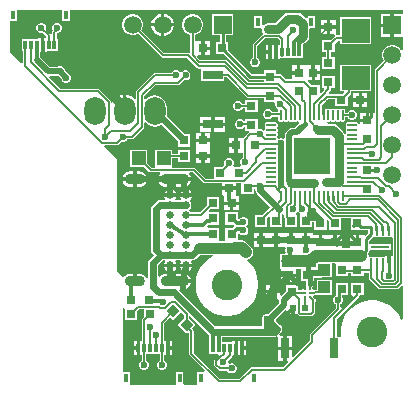
<source format=gtl>
G04*
G04 #@! TF.GenerationSoftware,Altium Limited,Altium Designer,23.10.1 (27)*
G04*
G04 Layer_Physical_Order=1*
G04 Layer_Color=255*
%FSLAX25Y25*%
%MOIN*%
G70*
G04*
G04 #@! TF.SameCoordinates,13E47035-5D8A-42FE-96CF-1707A3A9F588*
G04*
G04*
G04 #@! TF.FilePolarity,Positive*
G04*
G01*
G75*
%ADD11C,0.00787*%
%ADD15R,0.01181X0.03150*%
%ADD16R,0.01575X0.03150*%
%ADD17P,0.04454X4X270.0*%
%ADD18R,0.03150X0.03150*%
%ADD19R,0.03150X0.03150*%
%ADD20R,0.04724X0.04724*%
%ADD21R,0.06693X0.03150*%
%ADD22R,0.03150X0.06693*%
%ADD23R,0.00984X0.03543*%
%ADD24R,0.06299X0.00787*%
%ADD25R,0.04016X0.04055*%
%ADD26C,0.00787*%
%ADD27R,0.02480X0.02165*%
G04:AMPARAMS|DCode=28|XSize=7.87mil|YSize=33.07mil|CornerRadius=0.98mil|HoleSize=0mil|Usage=FLASHONLY|Rotation=180.000|XOffset=0mil|YOffset=0mil|HoleType=Round|Shape=RoundedRectangle|*
%AMROUNDEDRECTD28*
21,1,0.00787,0.03110,0,0,180.0*
21,1,0.00591,0.03307,0,0,180.0*
1,1,0.00197,-0.00295,0.01555*
1,1,0.00197,0.00295,0.01555*
1,1,0.00197,0.00295,-0.01555*
1,1,0.00197,-0.00295,-0.01555*
%
%ADD28ROUNDEDRECTD28*%
G04:AMPARAMS|DCode=29|XSize=33.07mil|YSize=7.87mil|CornerRadius=0.98mil|HoleSize=0mil|Usage=FLASHONLY|Rotation=180.000|XOffset=0mil|YOffset=0mil|HoleType=Round|Shape=RoundedRectangle|*
%AMROUNDEDRECTD29*
21,1,0.03307,0.00591,0,0,180.0*
21,1,0.03110,0.00787,0,0,180.0*
1,1,0.00197,-0.01555,0.00295*
1,1,0.00197,0.01555,0.00295*
1,1,0.00197,0.01555,-0.00295*
1,1,0.00197,-0.01555,-0.00295*
%
%ADD29ROUNDEDRECTD29*%
%ADD31R,0.09449X0.07874*%
%ADD57C,0.00512*%
%ADD58R,0.12205X0.12205*%
%ADD59C,0.01181*%
%ADD60C,0.02362*%
%ADD61C,0.00984*%
%ADD62C,0.03150*%
%ADD63C,0.01968*%
%ADD64C,0.03543*%
%ADD65C,0.03937*%
%ADD66C,0.01575*%
%ADD67C,0.02126*%
%ADD68R,0.11427X0.04035*%
%ADD69O,0.07087X0.09449*%
%ADD70C,0.02559*%
%ADD71R,0.05906X0.05906*%
%ADD72C,0.05906*%
%ADD73O,0.06693X0.03543*%
%ADD74O,0.09449X0.03543*%
%ADD75R,0.05906X0.05906*%
%ADD76C,0.10236*%
%ADD77C,0.02362*%
G36*
X-54803Y91637D02*
Y87717D01*
X-52284D01*
Y91637D01*
X58566Y91637D01*
Y90118D01*
X55709D01*
Y86378D01*
Y82638D01*
X58566D01*
Y78257D01*
X58066Y78123D01*
X57859Y78481D01*
X57221Y79119D01*
X56440Y79570D01*
X55569Y79803D01*
X54667D01*
X53796Y79570D01*
X53015Y79119D01*
X52377Y78481D01*
X51926Y77700D01*
X51693Y76829D01*
Y75927D01*
X51926Y75056D01*
X52226Y74536D01*
X49475Y71785D01*
X49314Y71544D01*
X49257Y71260D01*
Y57568D01*
X49213Y57087D01*
X48757Y57087D01*
X47441D01*
Y54724D01*
X46850D01*
Y54134D01*
X44488D01*
Y53677D01*
X43988Y53577D01*
X43862Y53882D01*
X43425Y54063D01*
X40315D01*
X39878Y53882D01*
X39697Y53445D01*
Y52854D01*
X39878Y52417D01*
X39878Y52307D01*
X39697Y51870D01*
Y51279D01*
X39878Y50843D01*
X39878Y50732D01*
X39729Y50371D01*
X39411Y50318D01*
X39213Y50334D01*
X38779Y50984D01*
X36712Y53051D01*
X36035Y53503D01*
X35236Y53662D01*
X33669D01*
X33461Y54162D01*
X33563Y54264D01*
X34154D01*
X34590Y54445D01*
X34701Y54445D01*
X35138Y54264D01*
X35728D01*
X36165Y54445D01*
X36276Y54445D01*
X36713Y54264D01*
X37303D01*
X37740Y54445D01*
X37850Y54445D01*
X38287Y54264D01*
X38878D01*
X39315Y54445D01*
X39496Y54882D01*
Y55694D01*
X40275D01*
X40330Y55559D01*
X40796Y55094D01*
X41403Y54843D01*
X42061D01*
X42669Y55094D01*
X43134Y55559D01*
X43386Y56167D01*
Y56825D01*
X43134Y57433D01*
X42669Y57898D01*
X42061Y58150D01*
X41403D01*
X40796Y57898D01*
X40330Y57433D01*
X40226Y57180D01*
X39496D01*
Y57992D01*
X39315Y58429D01*
X38878Y58610D01*
X38287D01*
X37850Y58429D01*
X37740Y58429D01*
X37303Y58610D01*
X36713D01*
X36276Y58429D01*
X36165Y58429D01*
X35728Y58610D01*
X35138D01*
X34701Y58429D01*
X34590Y58429D01*
X34154Y58610D01*
X33563D01*
X33303Y58502D01*
X33217Y58631D01*
X32924Y58827D01*
X32874Y58837D01*
Y56437D01*
X31693D01*
Y59216D01*
X31592Y59326D01*
Y59718D01*
X33589Y61715D01*
X36142D01*
Y59370D01*
X40236D01*
Y62609D01*
X41243Y63616D01*
X41435Y63903D01*
X41502Y64241D01*
Y64488D01*
X48110D01*
Y73307D01*
X37716D01*
Y64488D01*
X38964D01*
X39155Y64026D01*
X38611Y63481D01*
X34183D01*
X33992Y63943D01*
X34483Y64435D01*
X34674Y64721D01*
X34741Y65059D01*
Y65374D01*
X35906D01*
Y69468D01*
X31811D01*
Y65374D01*
X32271D01*
X32462Y64912D01*
X31462Y63912D01*
X31386Y63798D01*
X31319Y63784D01*
X30886Y64061D01*
Y66417D01*
X28237D01*
X26847Y67807D01*
X27054Y68307D01*
X28248D01*
Y70669D01*
Y73032D01*
X26779D01*
X26476Y73032D01*
X25976Y73032D01*
X24508D01*
Y70669D01*
X23917D01*
Y70079D01*
X21555D01*
Y68501D01*
X19657D01*
X18243Y69916D01*
X17956Y70107D01*
X17618Y70174D01*
X16417D01*
Y71339D01*
X12323D01*
Y70275D01*
X8281D01*
X472Y78084D01*
Y80787D01*
X-434D01*
Y83189D01*
X2008D01*
Y90039D01*
X-4843D01*
Y83189D01*
X-2401D01*
Y80787D01*
X-3622D01*
Y76693D01*
X-918D01*
X7179Y68596D01*
X7498Y68383D01*
X7874Y68308D01*
X12323D01*
Y67573D01*
X7099D01*
X-65Y74738D01*
X-306Y74899D01*
X-591Y74955D01*
X-8944D01*
X-9867Y75878D01*
X-9660Y76378D01*
X-8465D01*
Y78740D01*
Y81102D01*
X-10175D01*
X-10236Y81102D01*
X-10675Y81251D01*
Y83267D01*
X-10095Y83422D01*
X-9314Y83873D01*
X-8676Y84511D01*
X-8225Y85292D01*
X-7992Y86163D01*
Y87065D01*
X-8225Y87936D01*
X-8676Y88717D01*
X-9314Y89355D01*
X-10095Y89806D01*
X-10966Y90039D01*
X-11868D01*
X-12739Y89806D01*
X-13520Y89355D01*
X-14158Y88717D01*
X-14609Y87936D01*
X-14842Y87065D01*
Y86163D01*
X-14609Y85292D01*
X-14158Y84511D01*
X-13520Y83873D01*
X-12739Y83422D01*
X-12160Y83267D01*
Y77275D01*
X-12660Y77032D01*
X-12708Y77064D01*
X-12992Y77121D01*
X-20874D01*
X-28526Y84773D01*
X-28226Y85292D01*
X-27992Y86163D01*
Y87065D01*
X-28226Y87936D01*
X-28677Y88717D01*
X-29314Y89355D01*
X-30095Y89806D01*
X-30966Y90039D01*
X-31868D01*
X-32739Y89806D01*
X-33520Y89355D01*
X-34158Y88717D01*
X-34609Y87936D01*
X-34843Y87065D01*
Y86163D01*
X-34609Y85292D01*
X-34158Y84511D01*
X-33520Y83873D01*
X-32739Y83422D01*
X-31868Y83189D01*
X-30966D01*
X-30095Y83422D01*
X-29576Y83722D01*
X-21706Y75853D01*
X-21465Y75692D01*
X-21181Y75635D01*
X-13300D01*
X-9876Y72211D01*
X-9635Y72050D01*
X-9350Y71994D01*
X-9017D01*
X-8543Y71929D01*
Y67835D01*
X-905D01*
Y69139D01*
X-12D01*
X6660Y62467D01*
X6901Y62306D01*
X7185Y62249D01*
X12323D01*
Y60945D01*
X15759D01*
X16037Y60529D01*
X16004Y60448D01*
Y59791D01*
X16256Y59183D01*
X16721Y58718D01*
X16928Y58632D01*
X17202Y58004D01*
X17197Y57992D01*
Y57436D01*
X15262D01*
X15181Y57630D01*
X14716Y58095D01*
X14108Y58346D01*
X13451D01*
X12843Y58095D01*
X12378Y57630D01*
X12126Y57022D01*
Y56364D01*
X12378Y55756D01*
X12843Y55291D01*
X13451Y55039D01*
X14108D01*
X14716Y55291D01*
X15181Y55756D01*
X15262Y55950D01*
X17197D01*
Y54882D01*
X17378Y54445D01*
X17815Y54264D01*
X18406D01*
X18842Y54445D01*
X18953Y54445D01*
X19390Y54264D01*
X19980D01*
X20417Y54445D01*
X20528Y54445D01*
X20965Y54264D01*
X21555D01*
X21992Y54445D01*
X22102Y54445D01*
X22539Y54264D01*
X23130D01*
X23567Y54445D01*
X23677Y54445D01*
X24114Y54264D01*
X24129D01*
X24369Y53801D01*
X24333Y53734D01*
X23851Y53412D01*
X22712Y52273D01*
X21850D01*
X21282Y52160D01*
X20800Y51838D01*
X19717Y50755D01*
X19396Y50273D01*
X19283Y49705D01*
X19283Y49705D01*
Y48886D01*
X18782Y48567D01*
X18459Y48701D01*
X17801D01*
X17496Y48574D01*
X17029Y48711D01*
X16944Y48846D01*
X16815Y49157D01*
X16815Y49268D01*
X16996Y49705D01*
Y50295D01*
X16815Y50732D01*
X16815Y50843D01*
X16996Y51279D01*
Y51870D01*
X16815Y52307D01*
X16815Y52417D01*
X16996Y52854D01*
Y53445D01*
X16815Y53882D01*
X16378Y54063D01*
X13268D01*
X12831Y53882D01*
X12650Y53445D01*
Y52854D01*
X12831Y52417D01*
X12831Y52307D01*
X12650Y51870D01*
Y51518D01*
X12150Y51311D01*
X11960Y51500D01*
X11353Y51752D01*
X10695D01*
X10632Y51726D01*
X10216Y52004D01*
Y55295D01*
X6122D01*
Y54547D01*
X5911Y54444D01*
X5622Y54394D01*
X5218Y54798D01*
X4610Y55049D01*
X3953D01*
X3345Y54798D01*
X2880Y54332D01*
X2628Y53725D01*
Y53067D01*
X2880Y52459D01*
X3345Y51994D01*
X3953Y51742D01*
X4610D01*
X5218Y51994D01*
X5622Y52398D01*
X5911Y52348D01*
X6122Y52245D01*
Y51201D01*
X7216D01*
X7366Y50701D01*
X7250Y50624D01*
X5479Y48852D01*
X5391Y48720D01*
X3642D01*
Y46358D01*
Y43996D01*
X5261D01*
Y42230D01*
X5067Y42150D01*
X4602Y41685D01*
X4350Y41077D01*
Y40419D01*
X4602Y39811D01*
X4662Y39752D01*
X4454Y39252D01*
X2435D01*
X2329Y39364D01*
X2148Y39752D01*
X2342Y40222D01*
Y40880D01*
X2091Y41488D01*
X1626Y41953D01*
X1018Y42205D01*
X360D01*
X-248Y41953D01*
X-713Y41488D01*
X-965Y40880D01*
Y40222D01*
X-798Y39819D01*
X-1365Y39252D01*
X-4409D01*
Y35290D01*
X-7074D01*
X-10498Y38714D01*
X-10739Y38875D01*
X-11024Y38932D01*
X-17890D01*
X-18228Y39291D01*
X-18228Y39432D01*
Y42171D01*
X-16220D01*
Y40866D01*
X-12126D01*
Y44961D01*
X-16220D01*
Y43656D01*
X-18228D01*
Y44961D01*
X-23898D01*
Y39432D01*
X-23898Y39291D01*
X-24236Y38932D01*
X-25086D01*
X-26496Y40342D01*
Y44961D01*
X-32165D01*
Y39291D01*
X-27546D01*
X-25919Y37664D01*
X-25678Y37503D01*
X-25394Y37446D01*
X-22371D01*
X-22204Y37024D01*
X-22192Y36946D01*
X-22590Y36428D01*
X-22848Y35806D01*
X-22858Y35728D01*
X-11945D01*
X-11956Y35806D01*
X-12213Y36428D01*
X-12611Y36946D01*
X-12599Y37024D01*
X-12432Y37446D01*
X-11331D01*
X-7907Y34022D01*
X-7666Y33861D01*
X-7382Y33805D01*
X-1772D01*
Y32677D01*
X591D01*
X2953D01*
Y33805D01*
X4843D01*
Y30039D01*
X8937D01*
Y31794D01*
X9466D01*
Y31368D01*
X9594Y30723D01*
X9959Y30176D01*
X14433Y25702D01*
X12038Y23307D01*
X9272D01*
Y19213D01*
X13366D01*
Y22137D01*
X13928Y22699D01*
X14390Y22507D01*
Y19213D01*
X17533D01*
X17618Y19196D01*
X17704Y19213D01*
X18484D01*
Y19993D01*
X18501Y20079D01*
X18484Y20164D01*
Y23307D01*
X18484Y23307D01*
X18481Y23419D01*
X18501Y23461D01*
X18597Y23526D01*
X19097Y23260D01*
Y22638D01*
X19164Y22300D01*
X19311Y22081D01*
Y19213D01*
X23405D01*
Y23307D01*
X23112D01*
X22998Y23741D01*
X22996Y23807D01*
X23311Y24122D01*
X23622Y24211D01*
X23933Y24122D01*
X24248Y23807D01*
X24232Y23307D01*
X24232D01*
Y19213D01*
X28327D01*
Y20724D01*
X29154D01*
Y18327D01*
X33248D01*
Y21346D01*
X33710Y21537D01*
X34075Y21172D01*
Y18327D01*
X38169D01*
Y22190D01*
X41457D01*
Y19494D01*
X41436Y19390D01*
X41457Y19285D01*
Y18327D01*
X42415D01*
X42520Y18306D01*
X42625Y18327D01*
X44492D01*
X44587Y18308D01*
X47146D01*
Y17120D01*
X46289Y16262D01*
X45866Y16437D01*
Y16437D01*
X44094D01*
Y14075D01*
X43504D01*
Y13484D01*
X41142D01*
Y12036D01*
X38484D01*
Y13484D01*
X36122D01*
Y14075D01*
X35531D01*
Y16437D01*
X33760D01*
Y16437D01*
X33563D01*
Y16437D01*
X31791D01*
Y14075D01*
X30610D01*
Y16437D01*
X29142D01*
X28839Y16437D01*
X28642Y16856D01*
Y17323D01*
X26870D01*
Y14961D01*
X25689D01*
Y17323D01*
X24220D01*
X23917Y17323D01*
X23417Y17323D01*
X21949D01*
Y14961D01*
X20768D01*
Y17323D01*
X19299D01*
X18996Y17323D01*
X18496Y17323D01*
X17028D01*
Y14961D01*
Y12598D01*
X18496D01*
X18799Y12598D01*
X19252Y12598D01*
X19555Y12098D01*
X19410Y11746D01*
Y11088D01*
X19547Y10756D01*
X19233Y10255D01*
X18199D01*
X17837Y10106D01*
X17687Y9744D01*
Y5709D01*
X17837Y5347D01*
X18199Y5197D01*
X18209D01*
Y3642D01*
X20571D01*
X22933D01*
Y5197D01*
X24364D01*
X24823Y5098D01*
Y1004D01*
X26308D01*
Y38D01*
X26115Y-197D01*
X25946D01*
X25512Y-377D01*
X25180Y-709D01*
X25000Y-1143D01*
Y-1613D01*
X24826Y-1873D01*
X23701D01*
Y-315D01*
X19606D01*
Y-2309D01*
X18216Y-3699D01*
X17717Y-3492D01*
Y-2953D01*
X15945D01*
Y-4724D01*
X17097D01*
X17414Y-5111D01*
X17412Y-5118D01*
X17412Y-5118D01*
Y-6373D01*
X13862Y-9923D01*
X13715Y-9862D01*
X13549D01*
X13386Y-9830D01*
X13223Y-9862D01*
X13057D01*
X12903Y-9926D01*
X12741Y-9958D01*
X12603Y-10050D01*
X12449Y-10114D01*
X12332Y-10231D01*
X12194Y-10324D01*
X12101Y-10462D01*
X11984Y-10579D01*
X11920Y-10733D01*
X11828Y-10871D01*
X11796Y-11033D01*
X11732Y-11187D01*
Y-11353D01*
X11700Y-11516D01*
Y-13983D01*
X-3810D01*
X-15833Y-1960D01*
X-15641Y-1498D01*
X-14449D01*
X-13781Y-1410D01*
X-13158Y-1153D01*
X-12624Y-742D01*
X-12213Y-208D01*
X-11956Y415D01*
X-11945Y492D01*
X-17402D01*
Y1083D01*
X-17992D01*
Y3664D01*
X-20354D01*
X-21022Y3576D01*
X-21645Y3318D01*
X-22179Y2908D01*
X-22420Y2594D01*
X-22920Y2764D01*
Y6365D01*
X-21198Y8087D01*
X-20762Y8044D01*
X-20583Y7596D01*
X-20610Y7568D01*
X-20851Y6988D01*
X-18858D01*
X-16866D01*
X-17106Y7568D01*
X-17134Y7596D01*
X-16942Y8058D01*
X-15459D01*
X-15268Y7596D01*
X-15296Y7569D01*
X-15536Y6988D01*
X-13543D01*
X-11551D01*
X-11791Y7569D01*
X-11857Y7634D01*
X-11665Y8096D01*
X-11576D01*
X-10931Y8224D01*
X-10384Y8590D01*
X-9057Y9917D01*
X-4620D01*
X-4499Y9417D01*
X-5468Y8923D01*
X-6797Y7958D01*
X-7958Y6797D01*
X-8923Y5468D01*
X-9669Y4005D01*
X-10176Y2443D01*
X-10433Y821D01*
Y-821D01*
X-10176Y-2443D01*
X-9669Y-4005D01*
X-8923Y-5468D01*
X-7958Y-6797D01*
X-6797Y-7958D01*
X-5468Y-8923D01*
X-4005Y-9669D01*
X-2443Y-10176D01*
X-821Y-10433D01*
X821D01*
X2443Y-10176D01*
X4005Y-9669D01*
X5468Y-8923D01*
X6797Y-7958D01*
X7958Y-6797D01*
X8923Y-5468D01*
X9669Y-4005D01*
X10176Y-2443D01*
X10433Y-821D01*
Y821D01*
X10176Y2443D01*
X9669Y4005D01*
X8923Y5468D01*
X7958Y6797D01*
X6822Y7932D01*
X6824Y8051D01*
X6947Y8467D01*
X7252Y8528D01*
X8059Y9067D01*
X8598Y9874D01*
X8788Y10827D01*
X8598Y11779D01*
X8059Y12587D01*
X6681Y13964D01*
X5874Y14504D01*
X4921Y14694D01*
X4044D01*
X3622Y14882D01*
X3622Y15193D01*
Y16920D01*
X3962Y17052D01*
X4122Y17067D01*
X4553Y16635D01*
X5161Y16384D01*
X5819D01*
X6427Y16635D01*
X6892Y17101D01*
X7144Y17708D01*
Y18366D01*
X6892Y18974D01*
X6715Y19151D01*
X6457Y19478D01*
X6715Y19805D01*
X6892Y19982D01*
X7144Y20590D01*
Y21247D01*
X6892Y21855D01*
X6427Y22320D01*
X5819Y22572D01*
X5161D01*
X4553Y22320D01*
X4122Y21889D01*
X3962Y21904D01*
X3622Y22036D01*
Y24094D01*
X-472D01*
Y20000D01*
X2089D01*
X2264Y19825D01*
X2297Y19756D01*
X2297Y19390D01*
X1898Y18976D01*
X-472D01*
Y14993D01*
X-472Y14882D01*
X-740Y14493D01*
X-2410D01*
X-2677Y14882D01*
Y18976D01*
X-6441D01*
X-6648Y19476D01*
X-6146Y19979D01*
X-5709D01*
X-5604Y20000D01*
X-2677D01*
Y24094D01*
X-5795D01*
X-5986Y24556D01*
X-5523Y25020D01*
X-2677D01*
Y29114D01*
X-6772D01*
Y26269D01*
X-9027Y24013D01*
X-12013D01*
X-12058Y24122D01*
X-12434Y24498D01*
X-12506Y24803D01*
X-12434Y25108D01*
X-12058Y25484D01*
X-11791Y26128D01*
Y26825D01*
X-12058Y27469D01*
X-12193Y27604D01*
X-12372Y28071D01*
X-12190Y28253D01*
X-11791Y28652D01*
X-11551Y29232D01*
X-13543D01*
X-15536D01*
X-15296Y28652D01*
X-15268Y28624D01*
X-15459Y28162D01*
X-16942D01*
X-17134Y28624D01*
X-17106Y28652D01*
X-16866Y29232D01*
X-18858D01*
X-20851D01*
X-20610Y28652D01*
X-20583Y28624D01*
X-20774Y28162D01*
X-22238D01*
X-22884Y28034D01*
X-23430Y27668D01*
X-24814Y26285D01*
X-25180Y25738D01*
X-25308Y25093D01*
Y11516D01*
X-25180Y10871D01*
X-24814Y10324D01*
X-24272Y9782D01*
X-25798Y8256D01*
X-26164Y7709D01*
X-26292Y7063D01*
Y2216D01*
X-26792Y2117D01*
X-26899Y2373D01*
X-27309Y2908D01*
X-27843Y3318D01*
X-28466Y3576D01*
X-29134Y3664D01*
X-30118D01*
Y1083D01*
X-31299D01*
Y3664D01*
X-32283D01*
X-32952Y3576D01*
X-33574Y3318D01*
X-34109Y2908D01*
X-34274Y2692D01*
X-34512Y2648D01*
X-34906Y2690D01*
X-36518Y4303D01*
Y41339D01*
X-36586Y41677D01*
X-36777Y41963D01*
X-40913Y46099D01*
X-40721Y46560D01*
X-36555D01*
X-36271Y46617D01*
X-36030Y46778D01*
X-35169Y47639D01*
X-34975Y47559D01*
X-34317D01*
X-33709Y47811D01*
X-33244Y48276D01*
X-33163Y48470D01*
X-31496D01*
X-31212Y48526D01*
X-30971Y48687D01*
X-27821Y51837D01*
X-27660Y52078D01*
X-27604Y52362D01*
Y53848D01*
X-27104Y54018D01*
X-26959Y53829D01*
X-26120Y53185D01*
X-25143Y52780D01*
X-24094Y52643D01*
X-23046Y52780D01*
X-22069Y53185D01*
X-21867Y53341D01*
X-16220Y47695D01*
Y45984D01*
X-12126D01*
Y50079D01*
X-13836D01*
X-20091Y56334D01*
X-20044Y56693D01*
Y59055D01*
X-20182Y60103D01*
X-20587Y61080D01*
X-21230Y61919D01*
X-22069Y62563D01*
X-23046Y62967D01*
X-24094Y63105D01*
X-25143Y62967D01*
X-26120Y62563D01*
X-26959Y61919D01*
X-27101Y61733D01*
X-27600Y61905D01*
X-27593Y62695D01*
X-23708Y66580D01*
X-16142D01*
X-15857Y66637D01*
X-15617Y66798D01*
X-14302Y68112D01*
X-14108Y68032D01*
X-13451D01*
X-12843Y68283D01*
X-12378Y68748D01*
X-12126Y69356D01*
Y70014D01*
X-12378Y70622D01*
X-12843Y71087D01*
X-13451Y71339D01*
X-14108D01*
X-14716Y71087D01*
X-15043Y70760D01*
X-15354Y70671D01*
X-15665Y70760D01*
X-15992Y71087D01*
X-16600Y71339D01*
X-17258D01*
X-17866Y71087D01*
X-18331Y70622D01*
X-18411Y70428D01*
X-24016D01*
X-24300Y70371D01*
X-24541Y70210D01*
X-30053Y64698D01*
X-30214Y64457D01*
X-30270Y64173D01*
Y62006D01*
X-30770Y61837D01*
X-31006Y62144D01*
X-31910Y62838D01*
X-32964Y63274D01*
X-33504Y63345D01*
Y57874D01*
X-34685D01*
Y63345D01*
X-35225Y63274D01*
X-36279Y62838D01*
X-37183Y62144D01*
X-37877Y61239D01*
X-38127Y60635D01*
X-38627Y60735D01*
Y60916D01*
X-38684Y61200D01*
X-38845Y61441D01*
X-42496Y65092D01*
X-42737Y65253D01*
X-43021Y65310D01*
X-55519D01*
X-59234Y69025D01*
X-59027Y69525D01*
X-56271D01*
X-55113Y68367D01*
X-54945Y67961D01*
X-54480Y67496D01*
X-53872Y67244D01*
X-53214D01*
X-52607Y67496D01*
X-52141Y67961D01*
X-51890Y68569D01*
Y69226D01*
X-52141Y69834D01*
X-52607Y70299D01*
X-53013Y70468D01*
X-53939Y71394D01*
Y71403D01*
X-54191Y72010D01*
X-54656Y72475D01*
X-55264Y72727D01*
X-55922D01*
X-56481Y72496D01*
X-58978D01*
X-62302Y75820D01*
Y77559D01*
X-62008D01*
Y79921D01*
Y82284D01*
X-62795D01*
Y81968D01*
X-68386D01*
Y77874D01*
X-68065D01*
Y73905D01*
X-68527Y73713D01*
X-72345Y77531D01*
Y87717D01*
X-70000D01*
Y91637D01*
X-54803D01*
D02*
G37*
G36*
X53031Y15748D02*
X53071Y15748D01*
X53531Y15748D01*
X55000D01*
X55261Y15356D01*
Y9567D01*
X54626D01*
Y7008D01*
X53445D01*
Y9567D01*
X52756D01*
Y9252D01*
X51102D01*
Y9252D01*
X51063D01*
Y9252D01*
X49134D01*
Y9252D01*
X49095D01*
Y9252D01*
X47515D01*
X47272Y9547D01*
X47083Y10500D01*
X47061Y10532D01*
X47152Y10623D01*
X47365Y10943D01*
X47408Y11156D01*
X47440Y11319D01*
X47800Y11634D01*
X47940D01*
X54705D01*
Y13366D01*
X47461Y13366D01*
X47440Y13858D01*
Y14632D01*
X48556Y15748D01*
X49095Y15748D01*
Y15748D01*
X49134D01*
X49134Y15748D01*
X51063D01*
Y15748D01*
X51102Y15748D01*
X51563Y15748D01*
X53031D01*
Y15748D01*
D02*
G37*
G36*
X36339Y6772D02*
Y2677D01*
X40433D01*
Y3785D01*
X41457D01*
Y2677D01*
X45551D01*
Y3982D01*
X47387D01*
Y2165D01*
X47444Y1881D01*
X47605Y1640D01*
X50656Y-1411D01*
X50897Y-1572D01*
X51181Y-1628D01*
X56595D01*
X56879Y-1572D01*
X57120Y-1411D01*
X58104Y-427D01*
X58566Y-618D01*
Y-11442D01*
X58075Y-11691D01*
X58066Y-11688D01*
X57348Y-10280D01*
X56383Y-8951D01*
X55222Y-7790D01*
X53893Y-6825D01*
X52430Y-6079D01*
X50868Y-5572D01*
X49246Y-5315D01*
X47604D01*
X45982Y-5572D01*
X44420Y-6079D01*
X42957Y-6825D01*
X41629Y-7790D01*
X40467Y-8951D01*
X39502Y-10280D01*
X38756Y-11743D01*
X38249Y-13305D01*
X37992Y-14927D01*
Y-16569D01*
X38063Y-17019D01*
X37624Y-17441D01*
X36569D01*
Y-11626D01*
X44029Y-4167D01*
X44190Y-3926D01*
X44247Y-3642D01*
Y-3622D01*
X45551D01*
Y472D01*
X41457D01*
Y-3622D01*
X41820D01*
X42011Y-4084D01*
X38349Y-7747D01*
X37849Y-7539D01*
Y-6560D01*
X37944Y-6520D01*
X38410Y-6055D01*
X38661Y-5447D01*
Y-4789D01*
X38410Y-4182D01*
X38350Y-4122D01*
X38440Y-3622D01*
X40433D01*
Y472D01*
X36339D01*
Y-2562D01*
X36320Y-2657D01*
Y-3613D01*
X36071Y-3716D01*
X35606Y-4182D01*
X35354Y-4789D01*
Y-5447D01*
X35606Y-6055D01*
X36071Y-6520D01*
X36364Y-6641D01*
Y-7862D01*
X27821Y-16404D01*
X27660Y-16645D01*
X27604Y-16929D01*
Y-18787D01*
X22116Y-24275D01*
X21654Y-24084D01*
Y-21850D01*
X19882D01*
Y-25394D01*
X20344D01*
X20535Y-25856D01*
X18787Y-27604D01*
X8268D01*
X7983Y-27660D01*
X7743Y-27821D01*
X4023Y-31541D01*
X-2350D01*
X-11068Y-22822D01*
Y-15354D01*
X-11125Y-15070D01*
X-11286Y-14829D01*
X-11597Y-14518D01*
X-10527Y-13448D01*
X-12680Y-11295D01*
Y-10535D01*
X-12218Y-10344D01*
X-5808Y-16753D01*
Y-21260D01*
X-5787Y-21365D01*
Y-23307D01*
X-2963D01*
X-2772Y-23769D01*
X-4068Y-25065D01*
X-4229Y-25306D01*
X-4286Y-25591D01*
Y-26772D01*
X-4229Y-27056D01*
X-4068Y-27297D01*
X-2887Y-28478D01*
X-2646Y-28639D01*
X-2362Y-28695D01*
X93D01*
X173Y-28889D01*
X638Y-29355D01*
X1246Y-29606D01*
X1904D01*
X2511Y-29355D01*
X2977Y-28889D01*
X3228Y-28282D01*
Y-27624D01*
X2977Y-27016D01*
X2511Y-26551D01*
X1904Y-26299D01*
X1246D01*
X934Y-26428D01*
X908Y-26422D01*
X472Y-26078D01*
Y-25655D01*
X392Y-25461D01*
X1706Y-24147D01*
X1867Y-23906D01*
X1924Y-23622D01*
X2559D01*
Y-21260D01*
Y-18898D01*
X1772D01*
Y-19213D01*
X-1672D01*
Y-17355D01*
X16024D01*
X16429Y-17275D01*
X16889Y-17582D01*
X16929Y-17646D01*
Y-20669D01*
X18701D01*
Y-17126D01*
X17658D01*
X17451Y-16626D01*
X18023Y-16054D01*
X18115Y-15916D01*
X18233Y-15799D01*
X18296Y-15645D01*
X18388Y-15507D01*
X18421Y-15345D01*
X18484Y-15191D01*
Y-15025D01*
X18517Y-14862D01*
X18484Y-14699D01*
Y-14533D01*
X18421Y-14380D01*
X18388Y-14217D01*
X18296Y-14079D01*
X18233Y-13926D01*
X18115Y-13808D01*
X18023Y-13670D01*
X17885Y-13578D01*
X17767Y-13460D01*
X17677Y-13423D01*
X16461Y-12207D01*
Y-11525D01*
X19520Y-8467D01*
X20020Y-8674D01*
Y-9744D01*
X21457D01*
Y-7874D01*
X22638D01*
Y-9744D01*
X23403D01*
X23491Y-9876D01*
X23884Y-10269D01*
X24125Y-10430D01*
X24409Y-10487D01*
X28051D01*
X28335Y-10430D01*
X28576Y-10269D01*
X29265Y-9580D01*
X29426Y-9339D01*
X29483Y-9055D01*
Y-5763D01*
X29556Y-5653D01*
X29623Y-5315D01*
X29556Y-4977D01*
X29365Y-4690D01*
X29365Y-4690D01*
X28775Y-4101D01*
X28966Y-3639D01*
X29213D01*
X29550Y-3572D01*
X29744Y-3442D01*
X31063D01*
X31148Y-3425D01*
X34961D01*
Y1575D01*
X30000D01*
Y-1676D01*
X29409D01*
X29072Y-1743D01*
X28536Y-1553D01*
X28442Y-1378D01*
Y-909D01*
X28501Y-870D01*
X28779Y-453D01*
X28877Y38D01*
Y1004D01*
X28917D01*
Y2334D01*
X31653D01*
X31653Y2334D01*
X31797Y2362D01*
X34961D01*
Y7058D01*
X35957D01*
X36339Y6772D01*
D02*
G37*
G36*
X-34035Y-8264D02*
Y-11988D01*
X-29941D01*
Y-8944D01*
X-29318Y-8321D01*
X-27736D01*
Y-10938D01*
X-28084Y-11286D01*
X-28245Y-11527D01*
X-28302Y-11811D01*
Y-18898D01*
X-28937D01*
Y-21260D01*
Y-23622D01*
X-28302D01*
Y-25289D01*
X-28496Y-25370D01*
X-28961Y-25835D01*
X-29213Y-26443D01*
Y-27101D01*
X-28961Y-27708D01*
X-28496Y-28174D01*
X-27888Y-28425D01*
X-27230D01*
X-26622Y-28174D01*
X-26157Y-27708D01*
X-25905Y-27101D01*
Y-26443D01*
X-26157Y-25835D01*
X-26622Y-25370D01*
X-26816Y-25289D01*
Y-23307D01*
X-22396D01*
Y-25289D01*
X-22590Y-25370D01*
X-23055Y-25835D01*
X-23307Y-26443D01*
Y-27101D01*
X-23055Y-27708D01*
X-22590Y-28174D01*
X-21982Y-28425D01*
X-21325D01*
X-20717Y-28174D01*
X-20252Y-27708D01*
X-20000Y-27101D01*
Y-26443D01*
X-20252Y-25835D01*
X-20717Y-25370D01*
X-20911Y-25289D01*
Y-23622D01*
X-20276D01*
Y-21260D01*
Y-18898D01*
X-20911D01*
Y-13078D01*
X-18799Y-10966D01*
X-17877Y-11889D01*
X-15133Y-9145D01*
X-14165Y-10114D01*
Y-11295D01*
X-16318Y-13448D01*
X-13422Y-16343D01*
X-13054Y-15974D01*
X-12554Y-16181D01*
Y-23130D01*
X-12497Y-23414D01*
X-12336Y-23655D01*
X-7436Y-28555D01*
X-7643Y-29055D01*
X-9921D01*
Y-32869D01*
X-9921Y-33150D01*
X-10330Y-33369D01*
X-14079D01*
X-14488Y-33150D01*
X-14488Y-32869D01*
Y-29055D01*
X-17008D01*
Y-32869D01*
X-17008Y-33150D01*
X-17417Y-33369D01*
X-31795D01*
X-32205Y-33150D01*
Y-29055D01*
X-34550D01*
Y-7938D01*
X-34404Y-7926D01*
X-34035Y-8264D01*
D02*
G37*
%LPC*%
G36*
X-20827Y90328D02*
Y87205D01*
X-17704D01*
X-17932Y88058D01*
X-18425Y88911D01*
X-19121Y89607D01*
X-19974Y90099D01*
X-20827Y90328D01*
D02*
G37*
G36*
X-22008D02*
X-22861Y90099D01*
X-23714Y89607D01*
X-24410Y88911D01*
X-24903Y88058D01*
X-25131Y87205D01*
X-22008D01*
Y90328D01*
D02*
G37*
G36*
X54528Y90118D02*
X51378D01*
Y86968D01*
X54528D01*
Y90118D01*
D02*
G37*
G36*
X36220Y88189D02*
X34449D01*
Y86417D01*
X36220D01*
Y88189D01*
D02*
G37*
G36*
X33268D02*
X31496D01*
Y86417D01*
X33268D01*
Y88189D01*
D02*
G37*
G36*
X23470Y90670D02*
X20472D01*
X19674Y90511D01*
X18996Y90059D01*
X16090Y87152D01*
X13780D01*
X12981Y86993D01*
X12303Y86541D01*
X12193Y86375D01*
X11693Y86527D01*
Y89449D01*
X9173D01*
Y85354D01*
X11240D01*
X11692Y85065D01*
X11731Y84870D01*
X11851Y84266D01*
X12051Y83967D01*
X12052Y83740D01*
X12005Y83448D01*
X11764Y83287D01*
X8924Y80446D01*
X8763Y80205D01*
X8706Y79921D01*
Y75498D01*
X8512Y75418D01*
X8047Y74952D01*
X7795Y74345D01*
Y73687D01*
X8047Y73079D01*
X8512Y72614D01*
X9120Y72362D01*
X9778D01*
X10385Y72614D01*
X10851Y73079D01*
X11102Y73687D01*
Y74345D01*
X10851Y74952D01*
X10385Y75418D01*
X10191Y75498D01*
Y79614D01*
X12597Y82019D01*
X17170D01*
X17564Y81625D01*
Y79921D01*
X16929D01*
Y77559D01*
Y75197D01*
X17717D01*
Y75512D01*
X25276D01*
Y77454D01*
X25296Y77559D01*
Y80020D01*
X25885Y80414D01*
X26794Y81323D01*
X27247Y82000D01*
X27406Y82799D01*
Y84975D01*
X27716Y85354D01*
X29409D01*
Y89449D01*
X26890D01*
Y88822D01*
X26390Y88615D01*
X24946Y90059D01*
X24269Y90511D01*
X23470Y90670D01*
D02*
G37*
G36*
X33268Y85236D02*
X31496D01*
Y83465D01*
X33268D01*
Y85236D01*
D02*
G37*
G36*
X-56364Y87087D02*
X-57022D01*
X-57630Y86835D01*
X-58095Y86370D01*
X-58346Y85762D01*
Y85104D01*
X-58105Y84521D01*
X-58166Y84429D01*
X-58223Y84145D01*
Y83204D01*
X-58723Y83155D01*
X-58763Y83355D01*
X-58924Y83596D01*
X-60238Y84910D01*
X-60158Y85104D01*
Y85762D01*
X-60409Y86370D01*
X-60874Y86835D01*
X-61482Y87087D01*
X-62140D01*
X-62748Y86835D01*
X-63213Y86370D01*
X-63465Y85762D01*
Y85104D01*
X-63213Y84496D01*
X-62748Y84031D01*
X-62140Y83780D01*
X-61482D01*
X-61288Y83860D01*
X-60212Y82784D01*
X-60240Y82284D01*
X-60827D01*
Y79921D01*
Y77559D01*
X-60039D01*
Y77874D01*
X-56417D01*
Y81968D01*
X-56738D01*
Y83780D01*
X-56364D01*
X-55756Y84031D01*
X-55291Y84496D01*
X-55039Y85104D01*
Y85762D01*
X-55291Y86370D01*
X-55756Y86835D01*
X-56364Y87087D01*
D02*
G37*
G36*
X48110Y89055D02*
X37716D01*
Y83068D01*
X36939D01*
X36512Y83090D01*
X36497Y83095D01*
X36293Y83392D01*
X36255Y83458D01*
X36220Y83540D01*
X36220Y83689D01*
D01*
X36220Y83910D01*
Y85236D01*
X34449D01*
Y83465D01*
X35743D01*
X35761Y83465D01*
X35833Y83372D01*
X35891Y82810D01*
X34657Y81575D01*
X31811D01*
Y77480D01*
X32975D01*
Y75768D01*
X31811D01*
Y71673D01*
X35906D01*
Y75768D01*
X34741D01*
Y77480D01*
X35906D01*
Y80326D01*
X36882Y81302D01*
X37716D01*
Y80236D01*
X48110D01*
Y89055D01*
D02*
G37*
G36*
X-17704Y86024D02*
X-20827D01*
Y82900D01*
X-19974Y83129D01*
X-19121Y83621D01*
X-18425Y84318D01*
X-17932Y85171D01*
X-17704Y86024D01*
D02*
G37*
G36*
X-22008D02*
X-25131D01*
X-24903Y85171D01*
X-24410Y84318D01*
X-23714Y83621D01*
X-22861Y83129D01*
X-22008Y82900D01*
Y86024D01*
D02*
G37*
G36*
X54528Y85787D02*
X51378D01*
Y82638D01*
X54528D01*
Y85787D01*
D02*
G37*
G36*
X-7283Y81102D02*
Y79331D01*
X-5512D01*
Y81102D01*
X-7283D01*
D02*
G37*
G36*
X13780Y79921D02*
X12992D01*
Y78150D01*
X13780D01*
Y79921D01*
D02*
G37*
G36*
X-5512Y78150D02*
X-7283D01*
Y76378D01*
X-5512D01*
Y78150D01*
D02*
G37*
G36*
X15748Y79921D02*
X14961D01*
Y77559D01*
Y75197D01*
X15748D01*
Y77559D01*
Y79921D01*
D02*
G37*
G36*
X13780Y76968D02*
X12992D01*
Y75197D01*
X13780D01*
Y76968D01*
D02*
G37*
G36*
X29429Y73032D02*
Y71260D01*
X31201D01*
Y73032D01*
X29429D01*
D02*
G37*
G36*
X23327D02*
X21555D01*
Y71260D01*
X23327D01*
Y73032D01*
D02*
G37*
G36*
X31201Y70079D02*
X29429D01*
Y68307D01*
X31201D01*
Y70079D01*
D02*
G37*
G36*
X46850Y63779D02*
X45079D01*
Y62008D01*
X46850D01*
Y63779D01*
D02*
G37*
G36*
X43898D02*
X42126D01*
Y62008D01*
X43898D01*
Y63779D01*
D02*
G37*
G36*
X10216Y61594D02*
X6122D01*
Y60290D01*
X5222D01*
X5142Y60484D01*
X4677Y60949D01*
X4069Y61201D01*
X3411D01*
X2803Y60949D01*
X2338Y60484D01*
X2087Y59876D01*
Y59218D01*
X2338Y58611D01*
X2803Y58145D01*
X3411Y57894D01*
X4069D01*
X4677Y58145D01*
X5142Y58611D01*
X5222Y58805D01*
X6122D01*
Y57500D01*
X10216D01*
Y61594D01*
D02*
G37*
G36*
X46850Y60827D02*
X45079D01*
Y59055D01*
X46850D01*
Y60827D01*
D02*
G37*
G36*
X43898D02*
X42126D01*
Y59055D01*
X43898D01*
Y60827D01*
D02*
G37*
G36*
X46260Y57087D02*
X44488D01*
Y55315D01*
X46260D01*
Y57087D01*
D02*
G37*
G36*
X-591Y55709D02*
X-4134D01*
Y53937D01*
X-591D01*
Y55709D01*
D02*
G37*
G36*
X-5315D02*
X-8858D01*
Y53937D01*
X-5315D01*
Y55709D01*
D02*
G37*
G36*
X-591Y52756D02*
X-4134D01*
Y50984D01*
X-591D01*
Y52756D01*
D02*
G37*
G36*
X-5315D02*
X-8858D01*
Y50984D01*
X-5315D01*
Y52756D01*
D02*
G37*
G36*
X-5512Y50394D02*
X-7283D01*
Y48622D01*
X-5512D01*
Y50394D01*
D02*
G37*
G36*
X-8465D02*
X-10236D01*
Y48622D01*
X-8465D01*
Y50394D01*
D02*
G37*
G36*
X2461Y48720D02*
X689D01*
Y46949D01*
X2461D01*
Y48720D01*
D02*
G37*
G36*
Y45768D02*
X689D01*
Y43996D01*
X2461D01*
Y45768D01*
D02*
G37*
G36*
X-5512Y47441D02*
X-7874D01*
X-10236D01*
Y45776D01*
X-10236Y45669D01*
X-10236Y45276D01*
X-10236Y45169D01*
Y43504D01*
X-7874D01*
X-5512D01*
Y45169D01*
X-5512Y45276D01*
X-5512Y45669D01*
X-5512Y45776D01*
Y47441D01*
D02*
G37*
G36*
X-5512Y42323D02*
X-7283D01*
Y40551D01*
X-5512D01*
Y42323D01*
D02*
G37*
G36*
X-8465D02*
X-10236D01*
Y40551D01*
X-8465D01*
Y42323D01*
D02*
G37*
G36*
X-29134Y37719D02*
X-30118D01*
Y35728D01*
X-26630D01*
X-26641Y35806D01*
X-26899Y36428D01*
X-27309Y36963D01*
X-27843Y37373D01*
X-28466Y37631D01*
X-29134Y37719D01*
D02*
G37*
G36*
X-31299D02*
X-32283D01*
X-32952Y37631D01*
X-33574Y37373D01*
X-34109Y36963D01*
X-34519Y36428D01*
X-34777Y35806D01*
X-34787Y35728D01*
X-31299D01*
Y37719D01*
D02*
G37*
G36*
X-11945Y34547D02*
X-16811D01*
Y32557D01*
X-14449D01*
X-13781Y32645D01*
X-13158Y32903D01*
X-12624Y33313D01*
X-12213Y33847D01*
X-11956Y34470D01*
X-11945Y34547D01*
D02*
G37*
G36*
X-17992D02*
X-22858D01*
X-22848Y34470D01*
X-22590Y33847D01*
X-22179Y33313D01*
X-21645Y32903D01*
X-21022Y32645D01*
X-20354Y32557D01*
X-17992D01*
Y34547D01*
D02*
G37*
G36*
X-26630D02*
X-30118D01*
Y32557D01*
X-29134D01*
X-28466Y32645D01*
X-27843Y32903D01*
X-27309Y33313D01*
X-26899Y33847D01*
X-26641Y34470D01*
X-26630Y34547D01*
D02*
G37*
G36*
X-31299D02*
X-34787D01*
X-34777Y34470D01*
X-34519Y33847D01*
X-34109Y33313D01*
X-33574Y32903D01*
X-32952Y32645D01*
X-32283Y32557D01*
X-31299D01*
Y34547D01*
D02*
G37*
G36*
X-18268Y31815D02*
Y30413D01*
X-16866D01*
X-17106Y30994D01*
X-17687Y31575D01*
X-18268Y31815D01*
D02*
G37*
G36*
X-19449D02*
X-20029Y31575D01*
X-20610Y30994D01*
X-20851Y30413D01*
X-19449D01*
Y31815D01*
D02*
G37*
G36*
X-12953Y31815D02*
Y30413D01*
X-11551D01*
X-11791Y30994D01*
X-12372Y31575D01*
X-12953Y31815D01*
D02*
G37*
G36*
X-14134Y31815D02*
X-14714Y31575D01*
X-15296Y30994D01*
X-15536Y30413D01*
X-14134D01*
Y31815D01*
D02*
G37*
G36*
X2953Y31496D02*
X591D01*
X-1772D01*
Y29724D01*
X-1165D01*
X-787Y29429D01*
X-787Y29224D01*
Y27657D01*
X1575D01*
X3937D01*
Y29429D01*
X3330D01*
X2953Y29724D01*
X2953Y29929D01*
Y31496D01*
D02*
G37*
G36*
X3937Y26476D02*
X2165D01*
Y24705D01*
X3937D01*
Y26476D01*
D02*
G37*
G36*
X984D02*
X-787D01*
Y24705D01*
X984D01*
Y26476D01*
D02*
G37*
G36*
X10728Y17323D02*
X8957D01*
Y15551D01*
X10728D01*
Y17323D01*
D02*
G37*
G36*
X42913Y16437D02*
X41142D01*
Y14665D01*
X42913D01*
Y16437D01*
D02*
G37*
G36*
X38484Y16437D02*
X36713D01*
Y14665D01*
X38484D01*
Y16437D01*
D02*
G37*
G36*
X14075Y17323D02*
X13681Y17323D01*
X13575Y17323D01*
X11909D01*
Y14961D01*
Y12598D01*
X13575D01*
X13681Y12598D01*
X14075Y12598D01*
X14181Y12598D01*
X15846D01*
Y14961D01*
Y17323D01*
X14181D01*
X14075Y17323D01*
D02*
G37*
G36*
X10728Y14370D02*
X8957D01*
Y12598D01*
X10728D01*
Y14370D01*
D02*
G37*
G36*
X-11551Y5807D02*
X-12953D01*
Y4405D01*
X-12372Y4645D01*
X-11791Y5227D01*
X-11551Y5807D01*
D02*
G37*
G36*
X-14134D02*
X-15536D01*
X-15296Y5227D01*
X-14714Y4645D01*
X-14134Y4405D01*
Y5807D01*
D02*
G37*
G36*
X-16866Y5807D02*
X-18268D01*
Y4405D01*
X-17687Y4645D01*
X-17106Y5227D01*
X-16866Y5807D01*
D02*
G37*
G36*
X-19449D02*
X-20851D01*
X-20610Y5227D01*
X-20029Y4645D01*
X-19449Y4405D01*
Y5807D01*
D02*
G37*
G36*
X-14449Y3664D02*
X-16811D01*
Y1673D01*
X-11945D01*
X-11956Y1751D01*
X-12213Y2373D01*
X-12624Y2908D01*
X-13158Y3318D01*
X-13781Y3576D01*
X-14449Y3664D01*
D02*
G37*
G36*
X22933Y2461D02*
X21161D01*
Y689D01*
X22933D01*
Y2461D01*
D02*
G37*
G36*
X19980D02*
X18209D01*
Y689D01*
X19980D01*
Y2461D01*
D02*
G37*
G36*
X17717Y-0D02*
X15945D01*
Y-1772D01*
X17717D01*
Y-0D01*
D02*
G37*
G36*
X14764D02*
X12992D01*
Y-1772D01*
X14764D01*
Y-0D01*
D02*
G37*
G36*
Y-2953D02*
X12992D01*
Y-4724D01*
X14764D01*
Y-2953D01*
D02*
G37*
G36*
X6496Y-18898D02*
X5709D01*
Y-20669D01*
X6496D01*
Y-18898D01*
D02*
G37*
G36*
X21654Y-17126D02*
X19882D01*
Y-20669D01*
X21654D01*
Y-17126D01*
D02*
G37*
G36*
X6496Y-21850D02*
X5709D01*
Y-23622D01*
X6496D01*
Y-21850D01*
D02*
G37*
G36*
X4528Y-18898D02*
X3740D01*
Y-21260D01*
Y-23622D01*
X4528D01*
Y-21260D01*
Y-18898D01*
D02*
G37*
G36*
X18701Y-21850D02*
X16929D01*
Y-25394D01*
X18701D01*
Y-21850D01*
D02*
G37*
G36*
X-18307Y-18898D02*
X-19094D01*
Y-20669D01*
X-18307D01*
Y-18898D01*
D02*
G37*
G36*
X-30118D02*
X-30906D01*
Y-20669D01*
X-30118D01*
Y-18898D01*
D02*
G37*
G36*
X-18307Y-21850D02*
X-19094D01*
Y-23622D01*
X-18307D01*
Y-21850D01*
D02*
G37*
G36*
X-30118D02*
X-30906D01*
Y-23622D01*
X-30118D01*
Y-21850D01*
D02*
G37*
%LPD*%
D11*
X27559Y54429D02*
X30413Y51575D01*
X41870Y32677D02*
X47343D01*
X27313Y24163D02*
Y25976D01*
X27571Y23438D02*
X29087D01*
X29215D02*
X29562Y23785D01*
X27559Y24409D02*
Y24965D01*
X28361Y24163D01*
X30315Y22047D02*
X31299D01*
X18156Y46995D02*
X18209Y47047D01*
X18156Y33231D02*
X18209Y33179D01*
X17913Y32480D02*
X18504D01*
X27165Y21260D02*
Y23031D01*
X25984Y22441D02*
X27165Y21260D01*
X17323Y25197D02*
X17323Y25197D01*
X17323Y21260D02*
Y25197D01*
X25787Y67618D02*
X28150Y65256D01*
X19291Y67618D02*
X25787D01*
X30610Y75984D02*
Y82579D01*
X28839Y74213D02*
X30610Y75984D01*
Y82579D02*
X33858Y85827D01*
X9350Y46358D02*
X9843Y46850D01*
X14823D01*
X17618Y69291D02*
X19291Y67618D01*
X14370Y69291D02*
X17618D01*
X44488Y61417D02*
X46843D01*
X47729Y62303D02*
X48031D01*
X46843Y61417D02*
X47729Y62303D01*
X19542Y-21009D02*
Y-10379D01*
X19291Y-21260D02*
X19542Y-21009D01*
X45276Y46850D02*
X46850Y48425D01*
X30709Y60084D02*
X33223Y62598D01*
X38976D02*
X40619Y64241D01*
X33223Y62598D02*
X38976D01*
X40619Y64241D02*
Y66603D01*
X42913Y68898D01*
X27559Y-4134D02*
X28740Y-5315D01*
X28740D01*
X22047Y-2756D02*
X26181D01*
X18878Y7726D02*
X22982D01*
X16250Y26270D02*
X18110Y28130D01*
X16250Y26270D02*
X16250Y26270D01*
X17421Y25098D02*
Y25248D01*
X19685Y27512D02*
Y29390D01*
X17421Y25248D02*
X19685Y27512D01*
X14823Y46850D02*
X17933D01*
X11152Y32677D02*
X14823D01*
X7480D02*
X11152D01*
X18878Y7726D02*
Y7874D01*
X17933Y46850D02*
X18130Y47047D01*
X29134Y27362D02*
Y29390D01*
Y33760D01*
X18183Y32802D02*
X18504Y32480D01*
X18183Y32802D02*
Y33179D01*
X27559Y-1378D02*
Y38D01*
X12500Y22520D02*
X16250Y26270D01*
X17323Y25197D02*
X17421Y25098D01*
X16250Y26270D02*
X17323Y25197D01*
X17421Y25098D02*
X17421D01*
X21063Y7874D02*
Y8169D01*
X16437Y21260D02*
X17618Y20079D01*
X25246Y-443D02*
X26181Y-1378D01*
Y-8071D02*
Y-4134D01*
X25984Y-8268D02*
X26181Y-8071D01*
X27559Y-2756D02*
X29213D01*
X29409Y-2559D01*
X31063D01*
X32677Y-945D01*
Y-925D01*
X28693Y24653D02*
X29562Y23785D01*
X27825Y25522D02*
X28693Y24653D01*
X41870Y46850D02*
X45276D01*
X43307Y84646D02*
X45571Y86910D01*
X36516Y82185D02*
X43012D01*
X33858Y79528D02*
X36516Y82185D01*
X33858Y73721D02*
Y79528D01*
X32283Y56437D02*
Y58763D01*
X33906Y60386D01*
X33858Y65059D02*
Y67421D01*
X32087Y63287D02*
X33858Y65059D01*
X32087Y63244D02*
Y63287D01*
X29134Y56437D02*
Y60291D01*
X30709Y56437D02*
Y60084D01*
X29134Y60291D02*
X32087Y63244D01*
X43307Y68898D02*
X45276Y66929D01*
X18504Y32480D02*
X19094D01*
X17096Y31663D02*
X18110Y30650D01*
X16083Y32677D02*
X17096Y31663D01*
X17913Y32480D01*
X19094D02*
X19685Y31890D01*
Y29390D02*
Y31890D01*
X18110Y29390D02*
Y30650D01*
X14823Y32677D02*
X16083D01*
X37402Y46850D02*
X41870D01*
X37303Y46752D02*
X37402Y46850D01*
X38878Y32677D02*
X41870D01*
X37303Y34252D02*
X38878Y32677D01*
X27559Y54429D02*
Y56437D01*
Y63091D01*
X28839Y64370D01*
X-13543Y23130D02*
X-8661D01*
X-4724Y27067D01*
X24409Y26378D02*
X25197Y25591D01*
X24409Y26378D02*
Y29390D01*
X22047Y25591D02*
X22835Y26378D01*
Y29390D01*
X6890Y32087D02*
X7480Y32677D01*
X29134Y27362D02*
X36122Y20374D01*
X11319Y21260D02*
X12500Y22441D01*
Y22520D01*
X19980Y26025D02*
X21260Y27305D01*
X19980Y22638D02*
X21358Y21260D01*
X19980Y22638D02*
Y26025D01*
X21260Y29390D02*
Y32283D01*
Y27305D02*
Y29390D01*
X25984Y53445D02*
Y56437D01*
Y60728D01*
X23917Y64370D02*
X25098Y63189D01*
Y61614D02*
Y63189D01*
Y61614D02*
X25984Y60728D01*
X27038Y26251D02*
X27313Y25976D01*
X27559Y24163D02*
Y24409D01*
Y23425D02*
Y24163D01*
X27313D02*
X27559Y24409D01*
X27165Y24016D02*
X27313Y24163D01*
X27559D02*
X28361D01*
X27313D02*
X27559D01*
X28361D02*
X29087Y23438D01*
X29215Y22760D02*
Y23310D01*
Y22210D02*
Y22760D01*
X28115Y22210D02*
X28346Y22441D01*
X27559Y21654D02*
X28115Y22210D01*
X28346Y22441D02*
X28896D01*
X29215Y22760D01*
X29087Y23438D02*
X29215D01*
X29087D02*
X29215Y23310D01*
X27559Y21654D02*
Y23425D01*
X27165Y23031D02*
Y24016D01*
X27559Y23425D02*
X27571Y23438D01*
X27165Y23031D02*
X27559Y23425D01*
X29215Y22210D02*
X30315D01*
X29215Y23310D02*
Y23438D01*
X29562Y23785D02*
X31299Y22047D01*
X29215Y23310D02*
X30315Y22210D01*
X27165Y21260D02*
X27559Y21654D01*
Y24965D02*
Y25522D01*
X31299Y22047D02*
X32087Y21260D01*
X30315Y22047D02*
Y22210D01*
X27559Y25522D02*
Y25787D01*
Y29390D01*
Y25787D02*
X27825Y25522D01*
X27096Y26251D02*
X27559Y25787D01*
X27038Y26251D02*
X27096D01*
X25984Y27305D02*
Y29390D01*
Y27305D02*
X27038Y26251D01*
X21260Y32283D02*
X22047Y33071D01*
X18110Y28130D02*
Y29390D01*
X27559Y25522D02*
X27825D01*
D15*
X-57480Y79921D02*
D03*
X-59449D02*
D03*
X-67323D02*
D03*
X-61417D02*
D03*
X-63386D02*
D03*
X-65354D02*
D03*
X-21654Y-21260D02*
D03*
X-23622D02*
D03*
X-25591D02*
D03*
X-19685D02*
D03*
X-27559D02*
D03*
X-29528D02*
D03*
X24213Y77559D02*
D03*
X22244D02*
D03*
X14370D02*
D03*
X20276D02*
D03*
X18307D02*
D03*
X16339D02*
D03*
X3150Y-21260D02*
D03*
X1181D02*
D03*
X-787D02*
D03*
X5118D02*
D03*
X-2756D02*
D03*
X-4724D02*
D03*
D16*
X-71260Y89764D02*
D03*
X-53543D02*
D03*
X-33465Y-31102D02*
D03*
X-15748D02*
D03*
X10433Y87402D02*
D03*
X28150D02*
D03*
X-8661Y-31102D02*
D03*
X9055D02*
D03*
D17*
X-13422Y-13448D02*
D03*
X-17877Y-8993D02*
D03*
D18*
X-31988Y-9941D02*
D03*
X-25689D02*
D03*
X-32087Y-5118D02*
D03*
X-25787D02*
D03*
X-14173Y42913D02*
D03*
X-7874D02*
D03*
X-7874Y78740D02*
D03*
X-1575D02*
D03*
X-2362Y37205D02*
D03*
X3937D02*
D03*
X-7874Y48031D02*
D03*
X-14173D02*
D03*
X15354Y-2362D02*
D03*
X21654D02*
D03*
X20571Y3051D02*
D03*
X26870D02*
D03*
X591Y32087D02*
D03*
X6890D02*
D03*
X1575Y27067D02*
D03*
X-4724D02*
D03*
Y22047D02*
D03*
X1575D02*
D03*
X-4724Y16929D02*
D03*
X1575D02*
D03*
X3051Y46358D02*
D03*
X9350D02*
D03*
X38189Y61417D02*
D03*
X44488D02*
D03*
D19*
X43504Y14075D02*
D03*
Y20374D02*
D03*
X38386Y-1575D02*
D03*
Y4724D02*
D03*
X43504Y-1575D02*
D03*
Y4724D02*
D03*
X33858Y67421D02*
D03*
Y73721D02*
D03*
X46850Y54724D02*
D03*
Y48425D02*
D03*
Y38189D02*
D03*
Y31890D02*
D03*
X26280Y14961D02*
D03*
Y21260D02*
D03*
X31201Y14075D02*
D03*
Y20374D02*
D03*
X36122Y14075D02*
D03*
Y20374D02*
D03*
X21358Y14961D02*
D03*
Y21260D02*
D03*
X16437Y14961D02*
D03*
Y21260D02*
D03*
X11319Y14961D02*
D03*
Y21260D02*
D03*
X14370Y69291D02*
D03*
Y62992D02*
D03*
X23917Y70669D02*
D03*
Y64370D02*
D03*
X28839Y70669D02*
D03*
Y64370D02*
D03*
X33858Y79528D02*
D03*
Y85827D02*
D03*
X8169Y53248D02*
D03*
Y59547D02*
D03*
D20*
X-29331Y42126D02*
D03*
X-21063D02*
D03*
D21*
X-4724Y53347D02*
D03*
Y69882D02*
D03*
D22*
X35827Y-21260D02*
D03*
X19291D02*
D03*
D23*
X48130Y7008D02*
D03*
X50098D02*
D03*
X52067D02*
D03*
X54035D02*
D03*
X48130Y17992D02*
D03*
X50098D02*
D03*
X52067Y17992D02*
D03*
X54035Y17992D02*
D03*
D24*
X51083Y12500D02*
D03*
D25*
X32480Y-925D02*
D03*
Y4862D02*
D03*
D26*
X27559Y-4134D02*
D03*
X26181D02*
D03*
X27559Y-2756D02*
D03*
X26181D02*
D03*
X27559Y-1378D02*
D03*
X26181D02*
D03*
D27*
X22047Y-7874D02*
D03*
X25984D02*
D03*
D28*
X38583Y56437D02*
D03*
X37008D02*
D03*
X35433D02*
D03*
X33858D02*
D03*
X32283D02*
D03*
X30709D02*
D03*
X29134D02*
D03*
X27559D02*
D03*
X25984D02*
D03*
X24409D02*
D03*
X22835D02*
D03*
X21260D02*
D03*
X19685D02*
D03*
X18110D02*
D03*
Y29390D02*
D03*
X19685D02*
D03*
X21260D02*
D03*
X22835Y29390D02*
D03*
X24409D02*
D03*
X25984D02*
D03*
X27559D02*
D03*
X29134D02*
D03*
X30709D02*
D03*
X32283D02*
D03*
X33858D02*
D03*
X35433Y29390D02*
D03*
X37008D02*
D03*
X38583D02*
D03*
D29*
X41870Y32677D02*
D03*
Y34252D02*
D03*
Y35827D02*
D03*
Y37402D02*
D03*
Y38976D02*
D03*
Y40551D02*
D03*
Y42126D02*
D03*
Y43701D02*
D03*
Y45276D02*
D03*
Y46850D02*
D03*
Y48425D02*
D03*
Y50000D02*
D03*
Y51575D02*
D03*
Y53150D02*
D03*
X14823D02*
D03*
Y51575D02*
D03*
Y50000D02*
D03*
Y48425D02*
D03*
Y46850D02*
D03*
Y45276D02*
D03*
Y43701D02*
D03*
Y42126D02*
D03*
Y40551D02*
D03*
Y38976D02*
D03*
Y37402D02*
D03*
Y35827D02*
D03*
Y34252D02*
D03*
Y32677D02*
D03*
D31*
X42913Y68898D02*
D03*
Y84646D02*
D03*
D57*
X-28366Y56693D02*
G03*
X-28346Y56283I4272J0D01*
G01*
X-28366Y59092D02*
G03*
X-28366Y59055I4272J-37D01*
G01*
X-11811Y-23130D02*
X-2657Y-32283D01*
X4331D02*
X8268Y-28346D01*
X-2657Y-32283D02*
X4331D01*
X-787Y-23228D02*
Y-21260D01*
X-1181Y-23622D02*
X-787Y-23228D01*
X-3543Y-25591D02*
X-1575Y-23622D01*
X-1181D01*
X-3543Y-26772D02*
Y-25591D01*
Y-26772D02*
X-2362Y-27953D01*
X1575D01*
X-1181Y-25984D02*
X1181Y-23622D01*
Y-21260D01*
X-591Y74213D02*
X6791Y66831D01*
X-9350Y72736D02*
X-506D01*
X6791Y66831D02*
X17028D01*
X-9252Y74213D02*
X-591D01*
X-506Y72736D02*
X6679Y65551D01*
X16634D01*
X17478Y82762D02*
X18307Y81932D01*
Y77559D02*
Y81932D01*
X12289Y82762D02*
X17478D01*
X9449Y79921D02*
X12289Y82762D01*
X18307Y76279D02*
Y77559D01*
X9449Y74016D02*
Y79921D01*
X20276Y82776D02*
X22090Y84590D01*
Y84831D01*
X20276Y77559D02*
Y82776D01*
X-28333Y63006D02*
X-24016Y67323D01*
X-16142D01*
X-28366Y59092D02*
X-28333Y63006D01*
X-16142Y67323D02*
X-13780Y69685D01*
Y69685D01*
X-24016D02*
X-16929D01*
X-28346Y56283D02*
Y56283D01*
X-29528Y64173D02*
X-24016Y69685D01*
X-55826Y64567D02*
X-43021D01*
X-65354Y74095D02*
Y79921D01*
Y74095D02*
X-55826Y64567D01*
X-28346Y52362D02*
Y56283D01*
X-28366Y56693D02*
Y59055D01*
X-31496Y49213D02*
X-28346Y52362D01*
X-29528Y53937D02*
Y64173D01*
X-32342Y51122D02*
X-29528Y53937D01*
X-38642Y51122D02*
X-32342D01*
X-40551Y49213D02*
X-38642Y51122D01*
X-34646Y49213D02*
X-31496D01*
X-67323Y72847D02*
Y79921D01*
X-41779Y47303D02*
X-36555D01*
X-67323Y72847D02*
X-41779Y47303D01*
X-43021Y64567D02*
X-39370Y60916D01*
Y53150D02*
Y60916D01*
X-40551Y49213D02*
Y51968D01*
X-39370Y53150D01*
X-36555Y47303D02*
X-34646Y49213D01*
X7776Y50098D02*
X11024D01*
X6004Y40748D02*
X6102Y40650D01*
X17658Y60017D02*
X19547Y58127D01*
X17658Y60017D02*
Y60120D01*
X17972Y56693D02*
X18110Y56555D01*
X13780Y56693D02*
X17972D01*
X18110Y56437D02*
Y56555D01*
X-59449Y79921D02*
Y83071D01*
X-61811Y85433D02*
X-59449Y83071D01*
X-57480Y79921D02*
Y84145D01*
X-56693Y84932D01*
Y85433D01*
X-25591Y-21260D02*
Y-14173D01*
X-23622Y-21260D02*
Y-16929D01*
X-27559Y-11811D02*
X-25689Y-9941D01*
X-27559Y-21260D02*
Y-11811D01*
X-29331Y42126D02*
X-25394Y38189D01*
X-11024D01*
X-7382Y34547D01*
X5709D01*
X-20276Y42913D02*
X-14173D01*
X-21063Y42126D02*
X-20276Y42913D01*
X37106Y-8169D02*
Y-5217D01*
X37008Y-5118D02*
X37106Y-5217D01*
X28346Y-16929D02*
X37106Y-8169D01*
X8268Y-28346D02*
X19094D01*
X28346Y-19094D01*
Y-16929D01*
X-21181Y76378D02*
X-12992D01*
X-9350Y72736D01*
X-31417Y86614D02*
X-21181Y76378D01*
X-13570Y-13595D02*
X-11811Y-15354D01*
X-14173Y-12992D02*
X-11811Y-15354D01*
X-29626Y-7579D02*
X-22736D01*
X-31988Y-9941D02*
X-29626Y-7579D01*
X-22736D02*
X-22343Y-7972D01*
X-20669D01*
X-18602Y-5906D01*
X-17323D01*
X-13422Y-9806D01*
Y-13448D02*
Y-9806D01*
X-17877Y-8993D02*
Y-8993D01*
X-21654Y-12770D02*
X-17877Y-8993D01*
X-21654Y-21260D02*
Y-12770D01*
X-11811Y-23130D02*
Y-15354D01*
X-21654Y-26772D02*
Y-21260D01*
X-27559Y-26772D02*
Y-21260D01*
X19547Y56575D02*
Y58127D01*
Y56575D02*
X19685Y56437D01*
X53150Y32677D02*
X53937D01*
X56299Y30315D01*
X44882Y35433D02*
X50394D01*
X53150Y32677D01*
X41870Y35827D02*
X44488D01*
X44882Y35433D01*
X48819Y34252D02*
X51575Y31496D01*
X41870Y34252D02*
X48819D01*
X6004Y40748D02*
Y48327D01*
X7776Y50098D01*
X689Y40256D02*
Y40551D01*
X-2362Y37205D02*
X689Y40256D01*
X14370Y62992D02*
X17801D01*
X-4724Y69882D02*
X295D01*
X7185Y62992D02*
X14370D01*
X295Y69882D02*
X7185Y62992D01*
X12697Y48425D02*
X14823D01*
X11024Y50098D02*
X12697Y48425D01*
X3642Y59449D02*
X3740Y59547D01*
X8169D01*
X4281Y53396D02*
X8022D01*
X8169Y53248D01*
X12832Y45214D02*
X14762D01*
X9843Y42224D02*
X12832Y45214D01*
X9843Y40748D02*
Y42224D01*
X14762Y45214D02*
X14823Y45276D01*
X-11417Y76378D02*
X-9252Y74213D01*
X-11417Y76378D02*
Y86614D01*
X17028Y66831D02*
X24409Y59449D01*
X16634Y65551D02*
X22835Y59350D01*
X38583Y56437D02*
X41673D01*
X41732Y56496D01*
X35827Y-11319D02*
X43504Y-3642D01*
Y-1575D01*
X35827Y-21260D02*
Y-11319D01*
X41870Y43701D02*
X48425D01*
X48425Y43701D01*
X41870Y45276D02*
X45866D01*
X48917Y45768D02*
X50000Y46850D01*
X46358Y45768D02*
X48917D01*
X45866Y45276D02*
X46358Y45768D01*
X50000Y71260D02*
X55118Y76378D01*
X50000Y46850D02*
Y71260D01*
X51437Y52697D02*
X55118Y56378D01*
X51437Y42382D02*
Y52697D01*
X50591Y41535D02*
X51437Y42382D01*
X45669Y41535D02*
X50591D01*
X41870Y42126D02*
X45079D01*
X45669Y41535D01*
X55118Y42520D02*
Y46378D01*
X53150Y40551D02*
X55118Y42520D01*
X41870Y40551D02*
X53150D01*
X43504Y-1575D02*
X43504Y-1575D01*
X48130Y4587D02*
Y7008D01*
Y2165D02*
Y4587D01*
X38386Y4528D02*
X43307D01*
X47992Y4724D02*
X48130Y4587D01*
X43504Y4724D02*
X47992D01*
X48130Y2165D02*
X51181Y-886D01*
X50098Y1870D02*
Y7008D01*
Y1870D02*
X51870Y98D01*
X51181Y-886D02*
X56595D01*
X58071Y591D02*
Y22047D01*
X56595Y-886D02*
X58071Y591D01*
X56004Y98D02*
X57087Y1181D01*
Y21615D01*
X55512Y1083D02*
X56004Y1575D01*
Y20472D01*
X52461Y1083D02*
X55512D01*
X50728Y29390D02*
X58071Y22047D01*
X50355Y28346D02*
X57087Y21615D01*
X41142Y28346D02*
X50355D01*
X51772Y1772D02*
X52461Y1083D01*
X51870Y98D02*
X56004D01*
X52165Y4429D02*
Y6909D01*
X52067Y7008D02*
X52165Y6909D01*
X51772Y1772D02*
Y4035D01*
X52165Y4429D01*
X50591Y25886D02*
X56004Y20472D01*
X53799Y18228D02*
Y20217D01*
Y18228D02*
X54035Y17992D01*
X53150Y20866D02*
X53799Y20217D01*
X52362Y20866D02*
X53150D01*
X48327Y24902D02*
X52362Y20866D01*
X36614Y24902D02*
X48327D01*
X47835Y23917D02*
X51831Y19921D01*
X35644Y23917D02*
X47835D01*
X47047Y22933D02*
X49862Y20118D01*
X35236Y22933D02*
X47047D01*
X51831Y18228D02*
X52067Y17992D01*
X51831Y18228D02*
Y19921D01*
X49862Y18228D02*
X50098Y17992D01*
X49862Y18228D02*
Y20118D01*
X3937Y37205D02*
X6299D01*
X9843Y40748D01*
X5709Y34547D02*
X11713Y40551D01*
X14823D01*
X22047Y-2756D02*
X24016Y-4724D01*
X21654Y-2362D02*
X22047Y-2756D01*
X24016Y-9350D02*
Y-4724D01*
X24409Y-9744D02*
X28051D01*
X24016Y-9350D02*
X24409Y-9744D01*
X28740Y-9055D02*
Y-5315D01*
X28051Y-9744D02*
X28740Y-9055D01*
X17801Y62992D02*
X21260Y59533D01*
Y56437D02*
Y59533D01*
X22835Y56437D02*
Y59350D01*
X24409Y56437D02*
Y59449D01*
X43307Y4528D02*
X43504Y4724D01*
X37022Y25886D02*
X50591D01*
X35571Y27337D02*
X37022Y25886D01*
X35571Y27337D02*
Y29252D01*
X35433Y29390D02*
X35571Y29252D01*
X32421Y27140D02*
Y29252D01*
Y27140D02*
X35644Y23917D01*
X32283Y29390D02*
X32421Y29252D01*
X30846Y27323D02*
X35236Y22933D01*
X30709Y29390D02*
X30846Y29252D01*
Y27323D02*
Y29252D01*
X33996Y27520D02*
X36614Y24902D01*
X37642Y26969D02*
X39764D01*
X37146Y27465D02*
X37642Y26969D01*
X37008Y29390D02*
X37146Y29252D01*
Y27465D02*
Y29252D01*
X33996Y27520D02*
Y29252D01*
X33858Y29390D02*
X33996Y29252D01*
X39764Y26969D02*
X41142Y28346D01*
X38583Y29390D02*
X50728D01*
D58*
X28346Y42913D02*
D03*
D59*
X3150Y-24016D02*
X4724Y-25591D01*
X3150Y-24016D02*
Y-21260D01*
X-4724Y-15886D02*
X-4508Y-15669D01*
X-4724Y-21260D02*
Y-15886D01*
X-2756Y-21260D02*
Y-15669D01*
X5118Y-21260D02*
X9055D01*
X16142Y80709D02*
X16339Y80512D01*
Y77559D02*
Y80512D01*
X12205Y77559D02*
X14370D01*
X22244Y80905D02*
X23228Y81890D01*
X22244Y77559D02*
Y80905D01*
X24213Y77559D02*
Y80512D01*
X24803Y81102D01*
X-61417Y77165D02*
X-59449Y75197D01*
X-61417Y77165D02*
Y79921D01*
X-63386Y74803D02*
Y79921D01*
X36614Y13091D02*
X36919Y13395D01*
X20286Y3631D02*
X20866Y3051D01*
X-7874Y48031D02*
X-4331D01*
X-3347Y42815D02*
X-3248Y42913D01*
X-25324Y-5581D02*
X-21486D01*
X-25787Y-5118D02*
X-25324Y-5581D01*
X-21486D02*
X-21260Y-5807D01*
X-21486Y-6033D02*
X-21260Y-5807D01*
X-32087Y-8D02*
X-30995Y1083D01*
X-30709D01*
X-32087Y-5118D02*
Y-8D01*
X-32776Y-21260D02*
X-29528D01*
X-19685D02*
X-16437D01*
X-7825Y42864D02*
X-3396D01*
X-7874Y42913D02*
X-7825Y42864D01*
X-3396D02*
X-3347Y42815D01*
X-7874Y78740D02*
Y81496D01*
X-6890Y82480D01*
X3150Y-15768D02*
X3248Y-15669D01*
X4823D02*
X5118Y-15965D01*
X-4724Y53347D02*
Y56890D01*
X39641Y17043D02*
X40536D01*
X43504Y14075D01*
X39415Y17269D02*
X39641Y17043D01*
X40383Y13395D02*
X42824D01*
X43504Y14075D01*
X40157Y13169D02*
X40383Y13395D01*
X39931D02*
X40157Y13169D01*
X36919Y13395D02*
X39931D01*
X11319Y14961D02*
X11762Y14518D01*
X11319Y11417D02*
Y14961D01*
X42520Y19390D02*
X43504Y20374D01*
X18878Y7874D02*
X21063D01*
X3248Y18602D02*
X5512D01*
X3248Y20374D02*
X5512D01*
X21063Y8169D02*
Y11417D01*
X26280D02*
Y14518D01*
X16437Y11417D02*
Y14518D01*
X15354Y-2362D02*
X16034Y-3042D01*
Y-5670D02*
X16260Y-5896D01*
X16034Y-5670D02*
Y-3042D01*
X19542Y-10379D02*
X22047Y-7874D01*
X18012Y295D02*
X18110D01*
X20374Y70669D02*
X23917D01*
X591Y28051D02*
Y32087D01*
Y28051D02*
X1575Y27067D01*
X28839Y70669D02*
Y74213D01*
X-492Y46358D02*
X3051D01*
X-2953Y32087D02*
X591D01*
X-18858Y19783D02*
X-13543Y16437D01*
X-5709Y21063D02*
X-4724Y22047D01*
X-6594Y21063D02*
X-5709D01*
X-7874Y19783D02*
X-6594Y21063D01*
X-13543Y19783D02*
X-7874D01*
X1575Y22047D02*
X3248Y20374D01*
X1575Y16929D02*
X3248Y18602D01*
X-13051Y16929D02*
X-4724D01*
X-13543Y16437D02*
X-13051Y16929D01*
X36909Y14764D02*
X39415Y17269D01*
D60*
X-2756Y-15669D02*
X3248D01*
X-4508D02*
X-2756D01*
X-59449Y75197D02*
X-54331D01*
X-24094Y57874D02*
X-24016D01*
X-14173Y48031D01*
X-22736Y-2559D02*
X-17618D01*
X-4508Y-15669D01*
X-24606Y-689D02*
X-22736Y-2559D01*
X-24606Y-689D02*
Y7063D01*
X3248Y-15669D02*
X4823D01*
X13583D01*
X16732Y-14862D02*
X16831D01*
X13996D02*
X16732D01*
X13386Y-15473D02*
X13996Y-14862D01*
X13386Y-11516D02*
X16732Y-14862D01*
X13583Y-15669D02*
X16024D01*
X13386Y-15473D02*
Y-11516D01*
Y-15473D02*
X13583Y-15669D01*
X16024D02*
X16831Y-14862D01*
X-24606Y7063D02*
X-21888Y9782D01*
X-18858Y26476D02*
X-13543D01*
X-22238D02*
X-18858D01*
X-18896Y9782D02*
X-18858Y9744D01*
X-21888Y9782D02*
X-18896D01*
X-23622Y25093D02*
X-22238Y26476D01*
X-23622Y11516D02*
Y25093D01*
Y11516D02*
X-21888Y9782D01*
X-6890Y12106D02*
Y12205D01*
X-6988Y12008D02*
X-6890Y12106D01*
X-9350Y12008D02*
X-6988D01*
X-13543Y9744D02*
X-13506Y9782D01*
X-11576D01*
X-9350Y12008D01*
X-18858Y9744D02*
X-13543D01*
X17323Y25197D02*
X17421Y25098D01*
X16250Y26270D02*
X17323Y25197D01*
X11152Y31368D02*
X16250Y26270D01*
X11152Y31368D02*
Y32677D01*
X31201Y14075D02*
X36122D01*
D61*
X-1575Y78740D02*
X7874Y69291D01*
X14370D01*
X37008Y-5118D02*
Y-4745D01*
X37303Y-4450D01*
Y-2657D02*
X38386Y-1575D01*
X37303Y-4450D02*
Y-2657D01*
X47244Y38189D02*
X50197D01*
X-1417Y78898D02*
Y86614D01*
X-1575Y78740D02*
X-1417Y78898D01*
X47933Y55807D02*
Y58268D01*
X46850Y54724D02*
X47933Y55807D01*
X54035Y2992D02*
Y7008D01*
X48110Y19291D02*
X48130Y19272D01*
Y17992D02*
Y19272D01*
X43504Y20374D02*
X44587Y19291D01*
X48110D01*
X46457Y11319D02*
Y15039D01*
X44783Y9646D02*
X46457Y11319D01*
Y15039D02*
X48130Y16713D01*
Y17992D01*
D62*
X13780Y85065D02*
X16955D01*
X20472Y88583D01*
X24409Y81890D02*
X25318Y82799D01*
X25315Y84979D02*
X25318Y84975D01*
Y82799D02*
Y84975D01*
X23470Y88583D02*
X25315Y86738D01*
X20472Y88583D02*
X23470D01*
X25315Y84979D02*
Y86738D01*
X-54331Y75197D02*
X-47244Y68110D01*
X-43307D01*
X-34095Y57874D02*
Y58898D01*
X-43307Y68110D02*
X-34095Y58898D01*
X21358Y33760D02*
X29134D01*
X33268Y34252D02*
X37303D01*
X33169Y34154D02*
X33268Y34252D01*
X37303Y46752D02*
Y49508D01*
Y34252D02*
Y46752D01*
X35236Y51575D02*
X37303Y49508D01*
X30413Y51575D02*
X35236D01*
D63*
X-59593Y71010D02*
X-55656D01*
X-63386Y74803D02*
X-59593Y71010D01*
X26280Y14518D02*
X31201D01*
X21358D02*
X26280D01*
X20123Y3468D02*
X20286Y3631D01*
X16437Y14518D02*
X16880Y14961D01*
X18110Y295D02*
X20866Y3051D01*
X11762Y14518D02*
X16437D01*
X-17402Y1083D02*
X-14875D01*
X-18858D02*
X-17402D01*
X-18858D02*
Y6398D01*
X-55656Y71010D02*
X-53543Y68898D01*
X14665Y-12697D02*
Y-11220D01*
X-14661Y355D02*
X-14563D01*
Y-1776D02*
X-4331Y-12008D01*
X5709D01*
X-14563Y-1776D02*
Y355D01*
X32677Y4843D02*
Y4862D01*
X31653Y3819D02*
X32677Y4843D01*
X13461Y-11440D02*
X14445D01*
X14665Y-11220D01*
X13386Y-11516D02*
X13461Y-11440D01*
X14665Y-11220D02*
X18898Y-6988D01*
Y-5118D02*
X21654Y-2362D01*
X18898Y-6988D02*
Y-5118D01*
X16880Y14961D02*
X21358D01*
X16134Y2165D02*
X17512Y3543D01*
X17618D01*
X15354Y2165D02*
X16134D01*
X17618Y3543D02*
X17693Y3468D01*
X20123D01*
X18156Y33231D02*
Y46995D01*
X20768Y34350D02*
Y49705D01*
X23327Y50787D02*
X24902Y52362D01*
X20768Y49705D02*
X21850Y50787D01*
X23327D01*
X27933Y3819D02*
X28051Y3937D01*
X27165Y3051D02*
X27933Y3819D01*
X31653D01*
X-30709Y35138D02*
X-17402D01*
X-13656Y29936D02*
X-13543Y29823D01*
X-13656Y29936D02*
Y31392D01*
X-14148Y31884D02*
X-13656Y31392D01*
X-14148Y31884D02*
Y34410D01*
X-14875Y35138D02*
X-14148Y34410D01*
X-17402Y35138D02*
X-14875D01*
X-18858Y29823D02*
Y34410D01*
X-13656Y6285D02*
X-13543Y6398D01*
X-13656Y4828D02*
Y6285D01*
X-14148Y4337D02*
X-13656Y4828D01*
X-14148Y1810D02*
Y4337D01*
X-14875Y1083D02*
X-14148Y1810D01*
X15354Y-2362D02*
Y2165D01*
X5709Y-12008D02*
X15354Y-2362D01*
X18012Y295D01*
X28115Y22210D02*
X29215D01*
D64*
X-6890Y12205D02*
X2756D01*
X-9350D02*
X-6890D01*
D65*
X29626Y9547D02*
X44783D01*
X27756Y7677D02*
X29626Y9547D01*
X2756Y12205D02*
X4921D01*
X6299Y10827D01*
D66*
X27165Y3051D02*
Y8268D01*
X24902Y52362D02*
X25984Y53445D01*
X20768Y34350D02*
X22047Y33071D01*
X27067Y8366D02*
X27165Y8268D01*
X24311Y492D02*
X25246Y-443D01*
X20866Y3051D02*
X23425Y492D01*
X24311D01*
X27165Y3051D02*
X27592Y2624D01*
Y38D02*
Y2624D01*
D67*
X11319Y5217D02*
Y11417D01*
Y5217D02*
X14370Y2165D01*
X15354D01*
D68*
X23912Y7726D02*
D03*
D69*
X-24094Y57874D02*
D03*
X-34095D02*
D03*
X-44094D02*
D03*
D70*
X-18858Y13091D02*
D03*
X-13543Y29823D02*
D03*
Y26476D02*
D03*
Y23130D02*
D03*
Y19783D02*
D03*
Y16437D02*
D03*
Y13091D02*
D03*
Y9744D02*
D03*
Y6398D02*
D03*
X-18858Y6398D02*
D03*
X-18858Y9744D02*
D03*
X-18858Y16437D02*
D03*
Y19783D02*
D03*
Y23130D02*
D03*
X-18858Y26476D02*
D03*
X-18858Y29823D02*
D03*
D71*
X55118Y86378D02*
D03*
D72*
Y76378D02*
D03*
Y66378D02*
D03*
Y56378D02*
D03*
Y46378D02*
D03*
Y36378D02*
D03*
X-31417Y86614D02*
D03*
X-21417D02*
D03*
X-11417D02*
D03*
D73*
X-30709Y35138D02*
D03*
Y1083D02*
D03*
D74*
X-17402Y35138D02*
D03*
Y1083D02*
D03*
D75*
X-1417Y86614D02*
D03*
D76*
X0Y0D02*
D03*
X48425Y-15748D02*
D03*
D77*
X-8268Y-22047D02*
D03*
X4331Y-12598D02*
D03*
X7874D02*
D03*
X4724Y-25591D02*
D03*
X1575Y-27953D02*
D03*
X-1181Y-25984D02*
D03*
X9055Y-21260D02*
D03*
X16339Y80835D02*
D03*
X16880Y85065D02*
D03*
X13780D02*
D03*
X12205Y77559D02*
D03*
X22090Y84831D02*
D03*
X-28346Y48425D02*
D03*
X-19685D02*
D03*
X-17323Y73622D02*
D03*
X-28346Y78740D02*
D03*
Y74803D02*
D03*
Y70866D02*
D03*
X-20472Y72441D02*
D03*
X-13780Y69685D02*
D03*
X-16929D02*
D03*
X-55593Y71074D02*
D03*
X11024Y50098D02*
D03*
X17658Y60120D02*
D03*
X13780Y56693D02*
D03*
X-61811Y85433D02*
D03*
X-56693D02*
D03*
X-40551Y49213D02*
D03*
X-34646D02*
D03*
X-25591Y-14173D02*
D03*
X-23622Y-16929D02*
D03*
X-4331Y48031D02*
D03*
X-53543Y68898D02*
D03*
X37008Y-5118D02*
D03*
X-21260Y-5807D02*
D03*
X-32776Y-21260D02*
D03*
X-16437D02*
D03*
X-27559Y-26772D02*
D03*
X-21654D02*
D03*
X51575Y31496D02*
D03*
X56299Y30315D02*
D03*
X6004Y40748D02*
D03*
X689Y40551D02*
D03*
X-3347Y42815D02*
D03*
X9449Y74016D02*
D03*
X3740Y59547D02*
D03*
X4281Y53396D02*
D03*
X-6890Y82480D02*
D03*
X50197Y38189D02*
D03*
X41732Y56496D02*
D03*
X48031Y62303D02*
D03*
X47933Y58268D02*
D03*
X37106Y9055D02*
D03*
X48327Y43602D02*
D03*
X-4724Y56890D02*
D03*
X54035Y2992D02*
D03*
X40157Y13169D02*
D03*
X13386Y-11516D02*
D03*
X16831Y-14862D02*
D03*
X6299Y10827D02*
D03*
X2756Y12205D02*
D03*
X11319Y11417D02*
D03*
X17618Y3543D02*
D03*
X18130Y47047D02*
D03*
X18183Y33179D02*
D03*
X33169Y34154D02*
D03*
X27756Y7677D02*
D03*
X22982Y7726D02*
D03*
X17421Y25098D02*
D03*
X5490Y20919D02*
D03*
X26280Y11417D02*
D03*
X29665Y52301D02*
D03*
X37303Y46752D02*
D03*
Y34252D02*
D03*
X11152Y32677D02*
D03*
X16260Y-5896D02*
D03*
X19542Y-10379D02*
D03*
X18012Y295D02*
D03*
X21063Y11417D02*
D03*
X20374Y70669D02*
D03*
X33906Y60386D02*
D03*
X28839Y74213D02*
D03*
X-492Y46358D02*
D03*
X-2953Y32087D02*
D03*
X25197Y25197D02*
D03*
X22047D02*
D03*
X5490Y18037D02*
D03*
X23622Y38189D02*
D03*
X33071D02*
D03*
Y47638D02*
D03*
X23622D02*
D03*
Y42913D02*
D03*
X33071D02*
D03*
X28346Y38189D02*
D03*
Y47638D02*
D03*
X28346Y42913D02*
D03*
X16437Y11417D02*
D03*
X39415Y17269D02*
D03*
X28693Y24653D02*
D03*
M02*

</source>
